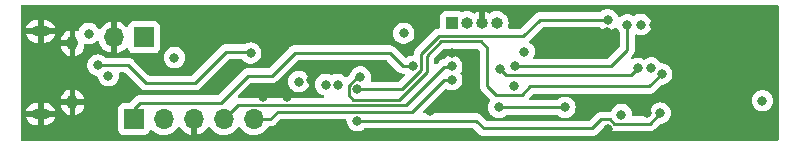
<source format=gbr>
%TF.GenerationSoftware,KiCad,Pcbnew,7.0.9*%
%TF.CreationDate,2023-12-22T19:30:16+01:00*%
%TF.ProjectId,Prj_4_Feranec_Controller,50726a5f-345f-4466-9572-616e65635f43,rev?*%
%TF.SameCoordinates,Original*%
%TF.FileFunction,Copper,L4,Bot*%
%TF.FilePolarity,Positive*%
%FSLAX46Y46*%
G04 Gerber Fmt 4.6, Leading zero omitted, Abs format (unit mm)*
G04 Created by KiCad (PCBNEW 7.0.9) date 2023-12-22 19:30:16*
%MOMM*%
%LPD*%
G01*
G04 APERTURE LIST*
%TA.AperFunction,ComponentPad*%
%ADD10O,1.550000X0.890000*%
%TD*%
%TA.AperFunction,ComponentPad*%
%ADD11O,0.950000X1.250000*%
%TD*%
%TA.AperFunction,ComponentPad*%
%ADD12R,1.000000X1.000000*%
%TD*%
%TA.AperFunction,ComponentPad*%
%ADD13O,1.000000X1.000000*%
%TD*%
%TA.AperFunction,ComponentPad*%
%ADD14R,1.700000X1.700000*%
%TD*%
%TA.AperFunction,ComponentPad*%
%ADD15O,1.700000X1.700000*%
%TD*%
%TA.AperFunction,ViaPad*%
%ADD16C,0.800000*%
%TD*%
%TA.AperFunction,Conductor*%
%ADD17C,0.250000*%
%TD*%
G04 APERTURE END LIST*
D10*
%TO.P,USB1,6,GND*%
%TO.N,GND*%
X136000000Y-59000000D03*
D11*
X138700000Y-60000000D03*
X138700000Y-65000000D03*
D10*
X136000000Y-66000000D03*
%TD*%
D12*
%TO.P,H3,1,Pin_1*%
%TO.N,/I2C1_SDA*%
X170817000Y-58293000D03*
D13*
%TO.P,H3,2,Pin_2*%
%TO.N,/I2C1_SCL*%
X172087000Y-58293000D03*
%TO.P,H3,3,Pin_2*%
%TO.N,GND*%
X173357000Y-58293000D03*
%TO.P,H3,4,Pin_2*%
%TO.N,/BUTTON*%
X174627000Y-58293000D03*
%TD*%
D14*
%TO.P,H2,1,Pin_1*%
%TO.N,Net-(H2-Pin_1)*%
X143891000Y-66421000D03*
D15*
%TO.P,H2,2,Pin_2*%
%TO.N,+3.3V*%
X146431000Y-66421000D03*
%TO.P,H2,3,Pin_2*%
%TO.N,GND*%
X148971000Y-66421000D03*
%TO.P,H2,4,Pin_2*%
%TO.N,/ICSPDAT*%
X151511000Y-66421000D03*
%TO.P,H2,5,Pin_2*%
%TO.N,/ICSPCLK*%
X154051000Y-66421000D03*
%TD*%
D14*
%TO.P,H1,1,Pin_1*%
%TO.N,/+VBAT*%
X144770000Y-59500000D03*
D15*
%TO.P,H1,2,Pin_2*%
%TO.N,GND*%
X142230000Y-59500000D03*
%TD*%
D16*
%TO.N,GND*%
X168986200Y-65735200D03*
%TO.N,/I2C1_SCL*%
X176174400Y-61925200D03*
%TO.N,/I2C1_SDA*%
X174802800Y-65428000D03*
%TO.N,/+VIN*%
X197104000Y-64867000D03*
X157863731Y-63242840D03*
%TO.N,/I2C1_SDA*%
X180390800Y-65430400D03*
%TO.N,+3.3V*%
X187701785Y-62084501D03*
%TO.N,/LED_G*%
X188468000Y-65913000D03*
%TO.N,/LED_R*%
X184024423Y-58009671D03*
%TO.N,+3.3V*%
X185166000Y-66040000D03*
%TO.N,GND*%
X148209000Y-62230000D03*
%TO.N,/+5V_USB*%
X141732000Y-62738000D03*
%TO.N,Net-(USB1-D-)*%
X140843000Y-61849000D03*
X153797000Y-60833000D03*
%TO.N,/+5V_USB*%
X140081000Y-59182000D03*
%TO.N,/LED_R*%
X162814000Y-63881000D03*
%TO.N,/LED_G*%
X162814000Y-66548000D03*
%TO.N,/LED_B*%
X163068684Y-62859687D03*
X188595000Y-62611000D03*
%TO.N,GND*%
X187960000Y-58450000D03*
X187325000Y-65913000D03*
%TO.N,/INT*%
X186563000Y-62133000D03*
%TO.N,+3.3V*%
X186817000Y-58420000D03*
%TO.N,/I2C1_SCL*%
X185674000Y-58450000D03*
%TO.N,GND*%
X183976000Y-59008000D03*
%TO.N,+3.3V*%
X176123600Y-63614900D03*
X176936400Y-60706000D03*
%TO.N,GND*%
X184023000Y-67300500D03*
%TO.N,+3.3V*%
X166751000Y-59152000D03*
%TO.N,/INT*%
X174879000Y-62200000D03*
%TO.N,/ICSPCLK*%
X170815000Y-63089000D03*
%TO.N,/ICSPDAT*%
X170815000Y-61946000D03*
%TO.N,GND*%
X170815000Y-60803000D03*
%TO.N,Net-(H2-Pin_1)*%
X167513000Y-61946000D03*
%TO.N,GND*%
X163322000Y-58293000D03*
%TO.N,+3.3V*%
X161163000Y-63500000D03*
X160147000Y-63500000D03*
%TO.N,/+5V_USB*%
X147320000Y-61214000D03*
%TO.N,GND*%
X156845000Y-67183000D03*
X156845000Y-64516000D03*
X158877000Y-63119000D03*
X154813000Y-64516000D03*
X155194000Y-60833000D03*
%TD*%
D17*
%TO.N,/LED_B*%
X187553600Y-63652400D02*
X188595000Y-62611000D01*
X177471500Y-63652400D02*
X187553600Y-63652400D01*
X176784000Y-64339900D02*
X177471500Y-63652400D01*
X174544900Y-64339900D02*
X176784000Y-64339900D01*
X173812200Y-60375800D02*
X173812200Y-63607200D01*
X173271600Y-59835200D02*
X173812200Y-60375800D01*
X169914400Y-59835200D02*
X173271600Y-59835200D01*
X173812200Y-63607200D02*
X174544900Y-64339900D01*
X168688000Y-61061600D02*
X169914400Y-59835200D01*
X168688000Y-62432701D02*
X168688000Y-61061600D01*
X162458400Y-64770000D02*
X166350701Y-64770000D01*
X162089000Y-64400600D02*
X162458400Y-64770000D01*
X162810008Y-62859687D02*
X162089000Y-63580695D01*
X166350701Y-64770000D02*
X168688000Y-62432701D01*
X163068684Y-62859687D02*
X162810008Y-62859687D01*
X162089000Y-63580695D02*
X162089000Y-64400600D01*
%TO.N,/LED_G*%
X182727600Y-67208400D02*
X173507400Y-67208400D01*
X183489600Y-66446400D02*
X182727600Y-67208400D01*
X184194205Y-66446400D02*
X183489600Y-66446400D01*
X184549805Y-66802000D02*
X184194205Y-66446400D01*
X187579000Y-66802000D02*
X184549805Y-66802000D01*
X172847000Y-66548000D02*
X162814000Y-66548000D01*
X188468000Y-65913000D02*
X187579000Y-66802000D01*
X173507400Y-67208400D02*
X172847000Y-66548000D01*
%TO.N,/I2C1_SDA*%
X180388400Y-65428000D02*
X174802800Y-65428000D01*
X180390800Y-65430400D02*
X180388400Y-65428000D01*
%TO.N,Net-(H2-Pin_1)*%
X166695600Y-61946000D02*
X167513000Y-61946000D01*
X165557200Y-60807600D02*
X166695600Y-61946000D01*
X155575000Y-62738000D02*
X157505400Y-60807600D01*
X153543000Y-62738000D02*
X155575000Y-62738000D01*
X151257000Y-65024000D02*
X153543000Y-62738000D01*
X157505400Y-60807600D02*
X165557200Y-60807600D01*
X144399000Y-65024000D02*
X151257000Y-65024000D01*
X143891000Y-65532000D02*
X144399000Y-65024000D01*
X143891000Y-66421000D02*
X143891000Y-65532000D01*
%TO.N,/LED_R*%
X178261129Y-58009671D02*
X184024423Y-58009671D01*
X169722800Y-59385200D02*
X176885600Y-59385200D01*
X168238000Y-62246305D02*
X168238000Y-60870000D01*
X176885600Y-59385200D02*
X178261129Y-58009671D01*
X166603305Y-63881000D02*
X168238000Y-62246305D01*
X168238000Y-60870000D02*
X169722800Y-59385200D01*
X162814000Y-63881000D02*
X166603305Y-63881000D01*
%TO.N,/I2C1_SCL*%
X176211900Y-61962700D02*
X184290300Y-61962700D01*
X176174400Y-61925200D02*
X176211900Y-61962700D01*
X176136900Y-61962700D02*
X176174400Y-61925200D01*
%TO.N,/LED_B*%
X163068684Y-62859687D02*
X163073997Y-62865000D01*
%TO.N,/I2C1_SCL*%
X185674000Y-60579000D02*
X185674000Y-58450000D01*
X184290300Y-61962700D02*
X185674000Y-60579000D01*
X176123600Y-61962700D02*
X176136900Y-61962700D01*
X176123600Y-61962700D02*
X176110300Y-61962700D01*
%TO.N,/INT*%
X186008800Y-62687200D02*
X186563000Y-62133000D01*
X175366200Y-62687200D02*
X186008800Y-62687200D01*
X174879000Y-62200000D02*
X175366200Y-62687200D01*
%TO.N,/ICSPCLK*%
X170146500Y-63089000D02*
X170815000Y-63089000D01*
X167449500Y-65786000D02*
X170146500Y-63089000D01*
X156083000Y-65786000D02*
X167449500Y-65786000D01*
X155448000Y-66421000D02*
X156083000Y-65786000D01*
X154051000Y-66421000D02*
X155448000Y-66421000D01*
%TO.N,/ICSPDAT*%
X152686000Y-65246000D02*
X151511000Y-66421000D01*
X170180000Y-61976000D02*
X166910000Y-65246000D01*
X166910000Y-65246000D02*
X152686000Y-65246000D01*
X170785000Y-61976000D02*
X170180000Y-61976000D01*
X170815000Y-61946000D02*
X170785000Y-61976000D01*
%TO.N,Net-(USB1-D-)*%
X153670000Y-60706000D02*
X153797000Y-60833000D01*
X143383000Y-61849000D02*
X144907000Y-63373000D01*
X144907000Y-63373000D02*
X149034500Y-63373000D01*
X149034500Y-63373000D02*
X151701500Y-60706000D01*
X151701500Y-60706000D02*
X153670000Y-60706000D01*
X140843000Y-61849000D02*
X143383000Y-61849000D01*
%TO.N,/I2C1_SCL*%
X172087000Y-58597000D02*
X172087000Y-58217000D01*
%TD*%
%TA.AperFunction,Conductor*%
%TO.N,GND*%
G36*
X165313787Y-61452785D02*
G01*
X165334429Y-61469419D01*
X166194794Y-62329784D01*
X166204619Y-62342048D01*
X166204840Y-62341866D01*
X166209810Y-62347873D01*
X166209813Y-62347876D01*
X166209814Y-62347877D01*
X166260251Y-62395241D01*
X166281130Y-62416120D01*
X166286604Y-62420366D01*
X166291042Y-62424156D01*
X166325018Y-62456062D01*
X166329800Y-62458691D01*
X166342573Y-62465713D01*
X166358831Y-62476392D01*
X166374664Y-62488674D01*
X166381676Y-62491708D01*
X166417437Y-62507183D01*
X166422681Y-62509752D01*
X166463508Y-62532197D01*
X166482912Y-62537179D01*
X166501310Y-62543478D01*
X166519705Y-62551438D01*
X166565729Y-62558726D01*
X166571432Y-62559907D01*
X166616581Y-62571500D01*
X166636616Y-62571500D01*
X166656013Y-62573026D01*
X166675796Y-62576160D01*
X166716964Y-62572268D01*
X166785557Y-62585556D01*
X166836079Y-62633819D01*
X166852487Y-62701735D01*
X166829572Y-62767740D01*
X166816314Y-62783399D01*
X166380533Y-63219181D01*
X166319210Y-63252666D01*
X166292852Y-63255500D01*
X164057590Y-63255500D01*
X163990551Y-63235815D01*
X163944796Y-63183011D01*
X163934852Y-63113853D01*
X163939659Y-63093182D01*
X163948313Y-63066547D01*
X163954358Y-63047943D01*
X163974144Y-62859687D01*
X163954358Y-62671431D01*
X163895863Y-62491403D01*
X163801217Y-62327471D01*
X163674555Y-62186799D01*
X163674554Y-62186798D01*
X163521418Y-62075538D01*
X163521413Y-62075535D01*
X163348491Y-61998544D01*
X163348486Y-61998542D01*
X163202685Y-61967552D01*
X163163330Y-61959187D01*
X162974038Y-61959187D01*
X162941581Y-61966085D01*
X162788881Y-61998542D01*
X162788876Y-61998544D01*
X162615954Y-62075535D01*
X162615949Y-62075538D01*
X162462813Y-62186798D01*
X162336150Y-62327472D01*
X162241506Y-62491401D01*
X162225580Y-62540412D01*
X162195331Y-62589771D01*
X161950871Y-62834231D01*
X161889548Y-62867716D01*
X161819856Y-62862732D01*
X161773774Y-62831379D01*
X161773701Y-62831461D01*
X161773103Y-62830923D01*
X161771035Y-62829516D01*
X161768871Y-62827112D01*
X161768870Y-62827111D01*
X161768869Y-62827110D01*
X161615734Y-62715851D01*
X161615729Y-62715848D01*
X161442807Y-62638857D01*
X161442802Y-62638855D01*
X161297001Y-62607865D01*
X161257646Y-62599500D01*
X161068354Y-62599500D01*
X161035897Y-62606398D01*
X160883197Y-62638855D01*
X160883192Y-62638857D01*
X160705436Y-62718001D01*
X160636186Y-62727286D01*
X160604564Y-62718001D01*
X160426807Y-62638857D01*
X160426802Y-62638855D01*
X160281001Y-62607865D01*
X160241646Y-62599500D01*
X160052354Y-62599500D01*
X160019897Y-62606398D01*
X159867197Y-62638855D01*
X159867192Y-62638857D01*
X159694270Y-62715848D01*
X159694265Y-62715851D01*
X159541129Y-62827111D01*
X159414466Y-62967785D01*
X159319821Y-63131715D01*
X159319818Y-63131722D01*
X159263054Y-63306426D01*
X159261326Y-63311744D01*
X159241540Y-63500000D01*
X159261326Y-63688256D01*
X159261327Y-63688259D01*
X159319818Y-63868277D01*
X159319821Y-63868284D01*
X159414467Y-64032216D01*
X159502067Y-64129505D01*
X159541129Y-64172888D01*
X159694265Y-64284148D01*
X159694270Y-64284151D01*
X159867192Y-64361142D01*
X159867193Y-64361142D01*
X159867197Y-64361144D01*
X159912979Y-64370875D01*
X159933372Y-64375210D01*
X159994854Y-64408402D01*
X160028631Y-64469565D01*
X160023979Y-64539279D01*
X159982375Y-64595412D01*
X159917027Y-64620141D01*
X159907592Y-64620500D01*
X152844451Y-64620500D01*
X152777412Y-64600815D01*
X152731657Y-64548011D01*
X152721713Y-64478853D01*
X152750738Y-64415297D01*
X152756770Y-64408819D01*
X152851371Y-64314219D01*
X153765772Y-63399819D01*
X153827095Y-63366334D01*
X153853453Y-63363500D01*
X155492257Y-63363500D01*
X155507877Y-63365224D01*
X155507904Y-63364939D01*
X155515660Y-63365671D01*
X155515667Y-63365673D01*
X155584814Y-63363500D01*
X155614350Y-63363500D01*
X155621228Y-63362630D01*
X155627041Y-63362172D01*
X155673627Y-63360709D01*
X155692869Y-63355117D01*
X155711912Y-63351174D01*
X155731792Y-63348664D01*
X155775122Y-63331507D01*
X155780646Y-63329617D01*
X155784396Y-63328527D01*
X155825390Y-63316618D01*
X155842629Y-63306422D01*
X155860103Y-63297862D01*
X155878727Y-63290488D01*
X155878727Y-63290487D01*
X155878732Y-63290486D01*
X155916449Y-63263082D01*
X155921305Y-63259892D01*
X155950141Y-63242840D01*
X156958271Y-63242840D01*
X156978057Y-63431096D01*
X156978058Y-63431099D01*
X157036549Y-63611117D01*
X157036552Y-63611124D01*
X157131198Y-63775056D01*
X157236768Y-63892303D01*
X157257860Y-63915728D01*
X157410996Y-64026988D01*
X157411001Y-64026991D01*
X157583923Y-64103982D01*
X157583928Y-64103984D01*
X157769085Y-64143340D01*
X157769086Y-64143340D01*
X157958375Y-64143340D01*
X157958377Y-64143340D01*
X158143534Y-64103984D01*
X158316461Y-64026991D01*
X158469602Y-63915728D01*
X158596264Y-63775056D01*
X158690910Y-63611124D01*
X158749405Y-63431096D01*
X158769191Y-63242840D01*
X158749405Y-63054584D01*
X158690910Y-62874556D01*
X158596264Y-62710624D01*
X158469602Y-62569952D01*
X158455782Y-62559911D01*
X158316465Y-62458691D01*
X158316460Y-62458688D01*
X158143538Y-62381697D01*
X158143533Y-62381695D01*
X157997732Y-62350705D01*
X157958377Y-62342340D01*
X157769085Y-62342340D01*
X157743054Y-62347873D01*
X157583928Y-62381695D01*
X157583923Y-62381697D01*
X157411001Y-62458688D01*
X157410996Y-62458691D01*
X157257860Y-62569951D01*
X157131197Y-62710625D01*
X157036552Y-62874555D01*
X157036549Y-62874562D01*
X156980214Y-63047946D01*
X156978057Y-63054584D01*
X156958271Y-63242840D01*
X155950141Y-63242840D01*
X155961420Y-63236170D01*
X155975589Y-63221999D01*
X155990379Y-63209368D01*
X156006587Y-63197594D01*
X156036299Y-63161676D01*
X156040212Y-63157376D01*
X157728172Y-61469419D01*
X157789495Y-61435934D01*
X157815853Y-61433100D01*
X165246748Y-61433100D01*
X165313787Y-61452785D01*
G37*
%TD.AperFunction*%
%TA.AperFunction,Conductor*%
G36*
X183387714Y-58654856D02*
G01*
X183412823Y-58676197D01*
X183418549Y-58682556D01*
X183418553Y-58682560D01*
X183571688Y-58793819D01*
X183571693Y-58793822D01*
X183744615Y-58870813D01*
X183744620Y-58870815D01*
X183929777Y-58910171D01*
X183929778Y-58910171D01*
X184119067Y-58910171D01*
X184119069Y-58910171D01*
X184304226Y-58870815D01*
X184477153Y-58793822D01*
X184630294Y-58682559D01*
X184630296Y-58682556D01*
X184631713Y-58681527D01*
X184697520Y-58658047D01*
X184765574Y-58673872D01*
X184814269Y-58723978D01*
X184822530Y-58743526D01*
X184846819Y-58818280D01*
X184846821Y-58818284D01*
X184941467Y-58982216D01*
X184984772Y-59030310D01*
X185016650Y-59065715D01*
X185046880Y-59128706D01*
X185048500Y-59148687D01*
X185048500Y-60268547D01*
X185028815Y-60335586D01*
X185012181Y-60356228D01*
X184067528Y-61300881D01*
X184006205Y-61334366D01*
X183979847Y-61337200D01*
X177826559Y-61337200D01*
X177759520Y-61317515D01*
X177713765Y-61264711D01*
X177703821Y-61195553D01*
X177719171Y-61151201D01*
X177725033Y-61141048D01*
X177763579Y-61074284D01*
X177822074Y-60894256D01*
X177841860Y-60706000D01*
X177822074Y-60517744D01*
X177763579Y-60337716D01*
X177668933Y-60173784D01*
X177542271Y-60033112D01*
X177475610Y-59984680D01*
X177416470Y-59941712D01*
X177373805Y-59886382D01*
X177367826Y-59816768D01*
X177400432Y-59754973D01*
X177401598Y-59753790D01*
X178483900Y-58671490D01*
X178545223Y-58638005D01*
X178571581Y-58635171D01*
X183320675Y-58635171D01*
X183387714Y-58654856D01*
G37*
%TD.AperFunction*%
%TA.AperFunction,Conductor*%
G36*
X198436539Y-56757185D02*
G01*
X198482294Y-56809989D01*
X198493500Y-56861500D01*
X198493500Y-68155500D01*
X198473815Y-68222539D01*
X198421011Y-68268294D01*
X198369500Y-68279500D01*
X134424500Y-68279500D01*
X134357461Y-68259815D01*
X134311706Y-68207011D01*
X134300500Y-68155500D01*
X134300500Y-67318870D01*
X142540500Y-67318870D01*
X142540501Y-67318876D01*
X142546908Y-67378483D01*
X142597202Y-67513328D01*
X142597206Y-67513335D01*
X142683452Y-67628544D01*
X142683455Y-67628547D01*
X142798664Y-67714793D01*
X142798671Y-67714797D01*
X142933517Y-67765091D01*
X142933516Y-67765091D01*
X142940444Y-67765835D01*
X142993127Y-67771500D01*
X144788872Y-67771499D01*
X144848483Y-67765091D01*
X144983331Y-67714796D01*
X145098546Y-67628546D01*
X145184796Y-67513331D01*
X145233810Y-67381916D01*
X145275681Y-67325984D01*
X145341145Y-67301566D01*
X145409418Y-67316417D01*
X145437673Y-67337569D01*
X145559599Y-67459495D01*
X145656384Y-67527265D01*
X145753165Y-67595032D01*
X145753167Y-67595033D01*
X145753170Y-67595035D01*
X145967337Y-67694903D01*
X146195592Y-67756063D01*
X146379520Y-67772155D01*
X146430999Y-67776659D01*
X146431000Y-67776659D01*
X146431001Y-67776659D01*
X146470234Y-67773226D01*
X146666408Y-67756063D01*
X146894663Y-67694903D01*
X147108830Y-67595035D01*
X147302401Y-67459495D01*
X147469495Y-67292401D01*
X147599730Y-67106405D01*
X147654307Y-67062781D01*
X147723805Y-67055587D01*
X147786160Y-67087110D01*
X147802879Y-67106405D01*
X147932890Y-67292078D01*
X148099917Y-67459105D01*
X148293421Y-67594600D01*
X148507507Y-67694429D01*
X148507516Y-67694433D01*
X148721000Y-67751634D01*
X148721000Y-66856501D01*
X148828685Y-66905680D01*
X148935237Y-66921000D01*
X149006763Y-66921000D01*
X149113315Y-66905680D01*
X149221000Y-66856501D01*
X149221000Y-67751633D01*
X149434483Y-67694433D01*
X149434492Y-67694429D01*
X149648578Y-67594600D01*
X149842082Y-67459105D01*
X150009105Y-67292082D01*
X150139119Y-67106405D01*
X150193696Y-67062781D01*
X150263195Y-67055588D01*
X150325549Y-67087110D01*
X150342269Y-67106405D01*
X150343539Y-67108219D01*
X150472505Y-67292401D01*
X150639599Y-67459495D01*
X150736384Y-67527265D01*
X150833165Y-67595032D01*
X150833167Y-67595033D01*
X150833170Y-67595035D01*
X151047337Y-67694903D01*
X151275592Y-67756063D01*
X151459520Y-67772155D01*
X151510999Y-67776659D01*
X151511000Y-67776659D01*
X151511001Y-67776659D01*
X151550234Y-67773226D01*
X151746408Y-67756063D01*
X151974663Y-67694903D01*
X152188830Y-67595035D01*
X152382401Y-67459495D01*
X152549495Y-67292401D01*
X152678461Y-67108219D01*
X152679425Y-67106842D01*
X152734002Y-67063217D01*
X152803500Y-67056023D01*
X152865855Y-67087546D01*
X152882575Y-67106842D01*
X153012281Y-67292082D01*
X153012505Y-67292401D01*
X153179599Y-67459495D01*
X153276384Y-67527265D01*
X153373165Y-67595032D01*
X153373167Y-67595033D01*
X153373170Y-67595035D01*
X153587337Y-67694903D01*
X153815592Y-67756063D01*
X153999520Y-67772155D01*
X154050999Y-67776659D01*
X154051000Y-67776659D01*
X154051001Y-67776659D01*
X154090234Y-67773226D01*
X154286408Y-67756063D01*
X154514663Y-67694903D01*
X154728830Y-67595035D01*
X154922401Y-67459495D01*
X155089495Y-67292401D01*
X155224652Y-67099377D01*
X155279229Y-67055752D01*
X155326227Y-67046500D01*
X155365257Y-67046500D01*
X155380877Y-67048224D01*
X155380904Y-67047939D01*
X155388660Y-67048671D01*
X155388667Y-67048673D01*
X155457814Y-67046500D01*
X155487350Y-67046500D01*
X155494228Y-67045630D01*
X155500041Y-67045172D01*
X155546627Y-67043709D01*
X155565869Y-67038117D01*
X155584912Y-67034174D01*
X155604792Y-67031664D01*
X155648122Y-67014507D01*
X155653646Y-67012617D01*
X155657396Y-67011527D01*
X155698390Y-66999618D01*
X155715629Y-66989422D01*
X155733103Y-66980862D01*
X155751727Y-66973488D01*
X155751727Y-66973487D01*
X155751732Y-66973486D01*
X155789449Y-66946082D01*
X155794305Y-66942892D01*
X155834420Y-66919170D01*
X155848589Y-66904999D01*
X155863379Y-66892368D01*
X155879587Y-66880594D01*
X155909299Y-66844676D01*
X155913212Y-66840376D01*
X156305771Y-66447819D01*
X156367094Y-66414334D01*
X156393452Y-66411500D01*
X161785171Y-66411500D01*
X161852210Y-66431185D01*
X161897965Y-66483989D01*
X161907354Y-66541502D01*
X161908540Y-66541502D01*
X161908540Y-66547997D01*
X161908540Y-66548000D01*
X161928326Y-66736256D01*
X161928327Y-66736259D01*
X161986818Y-66916277D01*
X161986821Y-66916284D01*
X162081467Y-67080216D01*
X162176523Y-67185786D01*
X162208129Y-67220888D01*
X162361265Y-67332148D01*
X162361270Y-67332151D01*
X162534192Y-67409142D01*
X162534197Y-67409144D01*
X162719354Y-67448500D01*
X162719355Y-67448500D01*
X162908644Y-67448500D01*
X162908646Y-67448500D01*
X163093803Y-67409144D01*
X163266730Y-67332151D01*
X163419871Y-67220888D01*
X163422788Y-67217647D01*
X163425600Y-67214526D01*
X163485087Y-67177879D01*
X163517748Y-67173500D01*
X172536548Y-67173500D01*
X172603587Y-67193185D01*
X172624229Y-67209819D01*
X173006594Y-67592184D01*
X173016419Y-67604448D01*
X173016640Y-67604266D01*
X173021610Y-67610273D01*
X173021613Y-67610276D01*
X173021614Y-67610277D01*
X173072051Y-67657641D01*
X173092930Y-67678520D01*
X173098404Y-67682766D01*
X173102842Y-67686556D01*
X173136818Y-67718462D01*
X173136822Y-67718464D01*
X173154373Y-67728113D01*
X173170631Y-67738792D01*
X173186464Y-67751074D01*
X173197994Y-67756063D01*
X173229237Y-67769583D01*
X173234481Y-67772152D01*
X173275308Y-67794597D01*
X173294712Y-67799579D01*
X173313110Y-67805878D01*
X173331505Y-67813838D01*
X173377529Y-67821126D01*
X173383232Y-67822307D01*
X173428381Y-67833900D01*
X173448416Y-67833900D01*
X173467813Y-67835426D01*
X173487596Y-67838560D01*
X173533984Y-67834175D01*
X173539822Y-67833900D01*
X182644857Y-67833900D01*
X182660477Y-67835624D01*
X182660504Y-67835339D01*
X182668260Y-67836071D01*
X182668267Y-67836073D01*
X182737414Y-67833900D01*
X182766950Y-67833900D01*
X182773828Y-67833030D01*
X182779641Y-67832572D01*
X182826227Y-67831109D01*
X182845469Y-67825517D01*
X182864512Y-67821574D01*
X182884392Y-67819064D01*
X182927722Y-67801907D01*
X182933246Y-67800017D01*
X182936996Y-67798927D01*
X182977990Y-67787018D01*
X182995229Y-67776822D01*
X183012703Y-67768262D01*
X183031327Y-67760888D01*
X183031327Y-67760887D01*
X183031332Y-67760886D01*
X183069049Y-67733482D01*
X183073905Y-67730292D01*
X183114020Y-67706570D01*
X183128189Y-67692399D01*
X183142979Y-67679768D01*
X183159187Y-67667994D01*
X183188899Y-67632076D01*
X183192812Y-67627776D01*
X183712371Y-67108219D01*
X183773694Y-67074734D01*
X183800052Y-67071900D01*
X183883751Y-67071900D01*
X183950790Y-67091585D01*
X183971432Y-67108218D01*
X184049001Y-67185786D01*
X184058826Y-67198049D01*
X184059047Y-67197867D01*
X184064020Y-67203879D01*
X184114440Y-67251225D01*
X184135335Y-67272121D01*
X184140812Y-67276370D01*
X184145253Y-67280163D01*
X184179216Y-67312056D01*
X184179218Y-67312057D01*
X184179223Y-67312062D01*
X184196781Y-67321714D01*
X184213040Y-67332395D01*
X184228869Y-67344673D01*
X184271643Y-67363182D01*
X184276861Y-67365738D01*
X184317713Y-67388197D01*
X184337121Y-67393180D01*
X184355522Y-67399480D01*
X184373909Y-67407437D01*
X184417293Y-67414308D01*
X184419924Y-67414725D01*
X184425644Y-67415909D01*
X184470786Y-67427500D01*
X184490821Y-67427500D01*
X184510219Y-67429026D01*
X184529999Y-67432159D01*
X184530000Y-67432160D01*
X184530000Y-67432159D01*
X184530001Y-67432160D01*
X184576389Y-67427775D01*
X184582227Y-67427500D01*
X187496257Y-67427500D01*
X187511877Y-67429224D01*
X187511904Y-67428939D01*
X187519660Y-67429671D01*
X187519667Y-67429673D01*
X187588814Y-67427500D01*
X187618350Y-67427500D01*
X187625228Y-67426630D01*
X187631041Y-67426172D01*
X187677627Y-67424709D01*
X187696869Y-67419117D01*
X187715912Y-67415174D01*
X187735792Y-67412664D01*
X187779122Y-67395507D01*
X187784646Y-67393617D01*
X187788396Y-67392527D01*
X187829390Y-67380618D01*
X187846629Y-67370422D01*
X187864103Y-67361862D01*
X187882727Y-67354488D01*
X187882727Y-67354487D01*
X187882732Y-67354486D01*
X187920449Y-67327082D01*
X187925305Y-67323892D01*
X187965420Y-67300170D01*
X187979589Y-67285999D01*
X187994379Y-67273368D01*
X188010587Y-67261594D01*
X188040299Y-67225676D01*
X188044212Y-67221376D01*
X188415773Y-66849817D01*
X188477095Y-66816334D01*
X188503453Y-66813500D01*
X188562644Y-66813500D01*
X188562646Y-66813500D01*
X188747803Y-66774144D01*
X188920730Y-66697151D01*
X189073871Y-66585888D01*
X189200533Y-66445216D01*
X189295179Y-66281284D01*
X189353674Y-66101256D01*
X189373460Y-65913000D01*
X189353674Y-65724744D01*
X189295179Y-65544716D01*
X189200533Y-65380784D01*
X189073871Y-65240112D01*
X189073870Y-65240111D01*
X188920734Y-65128851D01*
X188920729Y-65128848D01*
X188747807Y-65051857D01*
X188747802Y-65051855D01*
X188602001Y-65020865D01*
X188562646Y-65012500D01*
X188373354Y-65012500D01*
X188340897Y-65019398D01*
X188188197Y-65051855D01*
X188188192Y-65051857D01*
X188015270Y-65128848D01*
X188015265Y-65128851D01*
X187862129Y-65240111D01*
X187735466Y-65380785D01*
X187640821Y-65544715D01*
X187640818Y-65544722D01*
X187582327Y-65724740D01*
X187582326Y-65724744D01*
X187566221Y-65877979D01*
X187564679Y-65892650D01*
X187538094Y-65957264D01*
X187529039Y-65967369D01*
X187356228Y-66140181D01*
X187294905Y-66173666D01*
X187268547Y-66176500D01*
X186194829Y-66176500D01*
X186127790Y-66156815D01*
X186082035Y-66104011D01*
X186072646Y-66046498D01*
X186071460Y-66046498D01*
X186071460Y-66040002D01*
X186070396Y-66029877D01*
X186051674Y-65851744D01*
X185993179Y-65671716D01*
X185898533Y-65507784D01*
X185771871Y-65367112D01*
X185745929Y-65348264D01*
X185618734Y-65255851D01*
X185618729Y-65255848D01*
X185445807Y-65178857D01*
X185445802Y-65178855D01*
X185300001Y-65147865D01*
X185260646Y-65139500D01*
X185071354Y-65139500D01*
X185038897Y-65146398D01*
X184886197Y-65178855D01*
X184886192Y-65178857D01*
X184713270Y-65255848D01*
X184713265Y-65255851D01*
X184560129Y-65367111D01*
X184433466Y-65507785D01*
X184338821Y-65671715D01*
X184338819Y-65671719D01*
X184319499Y-65731182D01*
X184280061Y-65788857D01*
X184215702Y-65816055D01*
X184213237Y-65816313D01*
X184167621Y-65820625D01*
X184161783Y-65820900D01*
X183572343Y-65820900D01*
X183556722Y-65819175D01*
X183556695Y-65819461D01*
X183548933Y-65818726D01*
X183479772Y-65820900D01*
X183450249Y-65820900D01*
X183443378Y-65821767D01*
X183437559Y-65822225D01*
X183390974Y-65823689D01*
X183390968Y-65823690D01*
X183371726Y-65829280D01*
X183352687Y-65833223D01*
X183332817Y-65835734D01*
X183332803Y-65835737D01*
X183289483Y-65852888D01*
X183283958Y-65854780D01*
X183239213Y-65867780D01*
X183239210Y-65867781D01*
X183221966Y-65877979D01*
X183204505Y-65886533D01*
X183185874Y-65893910D01*
X183185862Y-65893917D01*
X183148170Y-65921302D01*
X183143287Y-65924509D01*
X183103180Y-65948229D01*
X183089014Y-65962395D01*
X183074224Y-65975027D01*
X183058014Y-65986804D01*
X183058011Y-65986807D01*
X183028310Y-66022709D01*
X183024377Y-66027031D01*
X182504828Y-66546581D01*
X182443505Y-66580066D01*
X182417147Y-66582900D01*
X173817852Y-66582900D01*
X173750813Y-66563215D01*
X173730171Y-66546581D01*
X173347803Y-66164212D01*
X173337980Y-66151950D01*
X173337759Y-66152134D01*
X173332786Y-66146123D01*
X173326458Y-66140181D01*
X173282364Y-66098773D01*
X173271919Y-66088328D01*
X173261475Y-66077883D01*
X173255986Y-66073625D01*
X173251561Y-66069847D01*
X173217582Y-66037938D01*
X173217580Y-66037936D01*
X173217577Y-66037935D01*
X173200029Y-66028288D01*
X173183763Y-66017604D01*
X173167933Y-66005325D01*
X173125168Y-65986818D01*
X173119922Y-65984248D01*
X173079093Y-65961803D01*
X173079092Y-65961802D01*
X173059693Y-65956822D01*
X173041281Y-65950518D01*
X173022898Y-65942562D01*
X173022892Y-65942560D01*
X172976874Y-65935272D01*
X172971152Y-65934087D01*
X172926021Y-65922500D01*
X172926019Y-65922500D01*
X172905984Y-65922500D01*
X172886586Y-65920973D01*
X172879162Y-65919797D01*
X172866805Y-65917840D01*
X172866804Y-65917840D01*
X172820416Y-65922225D01*
X172814578Y-65922500D01*
X168496952Y-65922500D01*
X168429913Y-65902815D01*
X168384158Y-65850011D01*
X168374214Y-65780853D01*
X168403239Y-65717297D01*
X168409271Y-65710819D01*
X169310070Y-64810020D01*
X170222209Y-63897880D01*
X170283530Y-63864397D01*
X170353222Y-63869381D01*
X170360324Y-63872284D01*
X170362267Y-63873149D01*
X170362270Y-63873151D01*
X170535197Y-63950144D01*
X170720354Y-63989500D01*
X170720355Y-63989500D01*
X170909644Y-63989500D01*
X170909646Y-63989500D01*
X171094803Y-63950144D01*
X171267730Y-63873151D01*
X171420871Y-63761888D01*
X171547533Y-63621216D01*
X171642179Y-63457284D01*
X171700674Y-63277256D01*
X171720460Y-63089000D01*
X171700674Y-62900744D01*
X171642179Y-62720716D01*
X171560647Y-62579499D01*
X171544175Y-62511600D01*
X171560648Y-62455500D01*
X171642179Y-62314284D01*
X171700674Y-62134256D01*
X171720460Y-61946000D01*
X171700674Y-61757744D01*
X171642179Y-61577716D01*
X171547533Y-61413784D01*
X171420871Y-61273112D01*
X171419144Y-61271857D01*
X171267734Y-61161851D01*
X171267729Y-61161848D01*
X171094807Y-61084857D01*
X171094802Y-61084855D01*
X170933997Y-61050676D01*
X170909646Y-61045500D01*
X170720354Y-61045500D01*
X170696003Y-61050676D01*
X170535197Y-61084855D01*
X170535192Y-61084857D01*
X170362270Y-61161848D01*
X170362265Y-61161851D01*
X170209135Y-61273106D01*
X170209127Y-61273113D01*
X170173941Y-61312190D01*
X170114454Y-61348837D01*
X170085691Y-61353155D01*
X170081372Y-61353290D01*
X170081369Y-61353291D01*
X170062126Y-61358881D01*
X170043083Y-61362825D01*
X170023204Y-61365336D01*
X170023203Y-61365337D01*
X169979878Y-61382490D01*
X169974352Y-61384382D01*
X169929608Y-61397383D01*
X169929604Y-61397385D01*
X169912365Y-61407580D01*
X169894898Y-61416137D01*
X169876269Y-61423512D01*
X169876267Y-61423513D01*
X169838564Y-61450906D01*
X169833682Y-61454112D01*
X169793580Y-61477828D01*
X169779408Y-61492000D01*
X169764623Y-61504628D01*
X169748412Y-61516407D01*
X169718709Y-61552310D01*
X169714777Y-61556631D01*
X169525181Y-61746227D01*
X169463858Y-61779712D01*
X169394167Y-61774728D01*
X169338233Y-61732857D01*
X169313816Y-61667392D01*
X169313500Y-61658546D01*
X169313500Y-61372052D01*
X169333185Y-61305013D01*
X169349819Y-61284371D01*
X170137171Y-60497019D01*
X170198494Y-60463534D01*
X170224852Y-60460700D01*
X172961148Y-60460700D01*
X173028187Y-60480385D01*
X173048829Y-60497019D01*
X173150381Y-60598571D01*
X173183866Y-60659894D01*
X173186700Y-60686252D01*
X173186700Y-63524455D01*
X173184975Y-63540072D01*
X173185261Y-63540099D01*
X173184526Y-63547865D01*
X173186700Y-63617014D01*
X173186700Y-63646543D01*
X173186701Y-63646560D01*
X173187568Y-63653431D01*
X173188026Y-63659250D01*
X173189490Y-63705824D01*
X173189491Y-63705827D01*
X173195080Y-63725067D01*
X173199024Y-63744111D01*
X173201536Y-63763992D01*
X173213590Y-63794437D01*
X173218690Y-63807319D01*
X173220582Y-63812847D01*
X173231133Y-63849163D01*
X173233582Y-63857590D01*
X173242784Y-63873151D01*
X173243780Y-63874834D01*
X173252336Y-63892300D01*
X173259714Y-63910932D01*
X173270289Y-63925488D01*
X173287098Y-63948623D01*
X173290306Y-63953507D01*
X173314027Y-63993616D01*
X173314033Y-63993624D01*
X173328190Y-64007780D01*
X173340828Y-64022576D01*
X173352605Y-64038786D01*
X173352606Y-64038787D01*
X173388509Y-64068488D01*
X173392820Y-64072410D01*
X173884815Y-64564406D01*
X174044097Y-64723688D01*
X174053919Y-64735948D01*
X174054141Y-64735765D01*
X174059111Y-64741773D01*
X174059114Y-64741777D01*
X174059117Y-64741779D01*
X174063314Y-64746853D01*
X174090880Y-64811055D01*
X174079360Y-64879969D01*
X174073324Y-64890045D01*
X174073516Y-64890156D01*
X173975621Y-65059715D01*
X173975618Y-65059722D01*
X173918577Y-65235277D01*
X173917126Y-65239744D01*
X173897340Y-65428000D01*
X173917126Y-65616256D01*
X173917127Y-65616259D01*
X173975618Y-65796277D01*
X173975621Y-65796284D01*
X174070267Y-65960216D01*
X174176215Y-66077883D01*
X174196929Y-66100888D01*
X174350065Y-66212148D01*
X174350070Y-66212151D01*
X174522992Y-66289142D01*
X174522997Y-66289144D01*
X174708154Y-66328500D01*
X174708155Y-66328500D01*
X174897444Y-66328500D01*
X174897446Y-66328500D01*
X175082603Y-66289144D01*
X175255530Y-66212151D01*
X175408671Y-66100888D01*
X175414396Y-66094530D01*
X175414400Y-66094526D01*
X175473887Y-66057879D01*
X175506548Y-66053500D01*
X179684892Y-66053500D01*
X179751931Y-66073185D01*
X179777041Y-66094527D01*
X179783102Y-66101259D01*
X179784930Y-66103289D01*
X179938065Y-66214548D01*
X179938070Y-66214551D01*
X180110992Y-66291542D01*
X180110997Y-66291544D01*
X180296154Y-66330900D01*
X180296155Y-66330900D01*
X180485444Y-66330900D01*
X180485446Y-66330900D01*
X180670603Y-66291544D01*
X180843530Y-66214551D01*
X180996671Y-66103288D01*
X181123333Y-65962616D01*
X181217979Y-65798684D01*
X181276474Y-65618656D01*
X181296260Y-65430400D01*
X181276474Y-65242144D01*
X181217979Y-65062116D01*
X181123333Y-64898184D01*
X181095255Y-64867000D01*
X196198540Y-64867000D01*
X196218326Y-65055256D01*
X196218327Y-65055259D01*
X196276818Y-65235277D01*
X196276821Y-65235284D01*
X196371467Y-65399216D01*
X196495052Y-65536471D01*
X196498129Y-65539888D01*
X196651265Y-65651148D01*
X196651270Y-65651151D01*
X196824192Y-65728142D01*
X196824197Y-65728144D01*
X197009354Y-65767500D01*
X197009355Y-65767500D01*
X197198644Y-65767500D01*
X197198646Y-65767500D01*
X197383803Y-65728144D01*
X197556730Y-65651151D01*
X197709871Y-65539888D01*
X197836533Y-65399216D01*
X197931179Y-65235284D01*
X197989674Y-65055256D01*
X198009460Y-64867000D01*
X197989674Y-64678744D01*
X197931179Y-64498716D01*
X197836533Y-64334784D01*
X197709871Y-64194112D01*
X197684635Y-64175777D01*
X197556734Y-64082851D01*
X197556729Y-64082848D01*
X197383807Y-64005857D01*
X197383802Y-64005855D01*
X197215705Y-63970126D01*
X197198646Y-63966500D01*
X197009354Y-63966500D01*
X196992295Y-63970126D01*
X196824197Y-64005855D01*
X196824192Y-64005857D01*
X196651270Y-64082848D01*
X196651265Y-64082851D01*
X196498129Y-64194111D01*
X196371466Y-64334785D01*
X196276821Y-64498715D01*
X196276818Y-64498722D01*
X196224139Y-64660853D01*
X196218326Y-64678744D01*
X196198540Y-64867000D01*
X181095255Y-64867000D01*
X180996671Y-64757512D01*
X180996670Y-64757511D01*
X180843534Y-64646251D01*
X180843529Y-64646248D01*
X180670607Y-64569257D01*
X180670602Y-64569255D01*
X180524801Y-64538265D01*
X180485446Y-64529900D01*
X180296154Y-64529900D01*
X180263697Y-64536798D01*
X180110997Y-64569255D01*
X180110992Y-64569257D01*
X179938070Y-64646248D01*
X179938065Y-64646251D01*
X179784930Y-64757510D01*
X179784926Y-64757514D01*
X179781361Y-64761474D01*
X179721874Y-64798121D01*
X179689213Y-64802500D01*
X177505352Y-64802500D01*
X177438313Y-64782815D01*
X177392558Y-64730011D01*
X177382614Y-64660853D01*
X177411639Y-64597297D01*
X177417671Y-64590819D01*
X177694272Y-64314219D01*
X177755595Y-64280734D01*
X177781953Y-64277900D01*
X187470857Y-64277900D01*
X187486477Y-64279624D01*
X187486504Y-64279339D01*
X187494260Y-64280071D01*
X187494267Y-64280073D01*
X187563414Y-64277900D01*
X187592950Y-64277900D01*
X187599828Y-64277030D01*
X187605641Y-64276572D01*
X187652227Y-64275109D01*
X187671469Y-64269517D01*
X187690512Y-64265574D01*
X187710392Y-64263064D01*
X187753722Y-64245907D01*
X187759246Y-64244017D01*
X187762996Y-64242927D01*
X187803990Y-64231018D01*
X187821229Y-64220822D01*
X187838703Y-64212262D01*
X187857327Y-64204888D01*
X187857327Y-64204887D01*
X187857332Y-64204886D01*
X187895049Y-64177482D01*
X187899905Y-64174292D01*
X187940020Y-64150570D01*
X187954189Y-64136399D01*
X187968979Y-64123768D01*
X187985187Y-64111994D01*
X188014899Y-64076076D01*
X188018812Y-64071776D01*
X188542772Y-63547819D01*
X188604095Y-63514334D01*
X188630453Y-63511500D01*
X188689644Y-63511500D01*
X188689646Y-63511500D01*
X188874803Y-63472144D01*
X189047730Y-63395151D01*
X189200871Y-63283888D01*
X189327533Y-63143216D01*
X189422179Y-62979284D01*
X189480674Y-62799256D01*
X189500460Y-62611000D01*
X189480674Y-62422744D01*
X189422179Y-62242716D01*
X189327533Y-62078784D01*
X189200871Y-61938112D01*
X189176015Y-61920053D01*
X189047734Y-61826851D01*
X189047729Y-61826848D01*
X188874807Y-61749857D01*
X188874802Y-61749855D01*
X188729001Y-61718865D01*
X188689646Y-61710500D01*
X188689645Y-61710500D01*
X188597255Y-61710500D01*
X188530216Y-61690815D01*
X188489868Y-61648500D01*
X188434319Y-61552286D01*
X188311470Y-61415849D01*
X188307656Y-61411613D01*
X188302105Y-61407580D01*
X188154519Y-61300352D01*
X188154514Y-61300349D01*
X187981592Y-61223358D01*
X187981587Y-61223356D01*
X187835786Y-61192366D01*
X187796431Y-61184001D01*
X187607139Y-61184001D01*
X187574682Y-61190899D01*
X187421982Y-61223356D01*
X187421977Y-61223358D01*
X187249055Y-61300349D01*
X187249051Y-61300352D01*
X187171899Y-61356405D01*
X187106092Y-61379884D01*
X187038039Y-61364058D01*
X187026132Y-61356406D01*
X187015731Y-61348850D01*
X187015729Y-61348848D01*
X186842807Y-61271857D01*
X186842802Y-61271855D01*
X186684538Y-61238216D01*
X186657646Y-61232500D01*
X186468354Y-61232500D01*
X186452763Y-61235814D01*
X186283197Y-61271855D01*
X186283192Y-61271857D01*
X186141901Y-61334765D01*
X186072651Y-61344050D01*
X186009374Y-61314422D01*
X185972161Y-61255287D01*
X185972826Y-61185421D01*
X186003782Y-61133807D01*
X186057788Y-61079801D01*
X186070042Y-61069986D01*
X186069859Y-61069764D01*
X186075866Y-61064792D01*
X186075877Y-61064786D01*
X186106775Y-61031882D01*
X186123227Y-61014364D01*
X186133671Y-61003918D01*
X186144120Y-60993471D01*
X186148379Y-60987978D01*
X186152152Y-60983561D01*
X186184062Y-60949582D01*
X186193713Y-60932024D01*
X186204396Y-60915761D01*
X186216673Y-60899936D01*
X186235185Y-60857153D01*
X186237738Y-60851941D01*
X186260197Y-60811092D01*
X186265180Y-60791680D01*
X186271481Y-60773280D01*
X186279437Y-60754896D01*
X186286729Y-60708852D01*
X186287906Y-60703171D01*
X186299500Y-60658019D01*
X186299500Y-60637983D01*
X186301027Y-60618582D01*
X186304160Y-60598804D01*
X186299775Y-60552415D01*
X186299500Y-60546577D01*
X186299500Y-59366257D01*
X186319185Y-59299218D01*
X186371989Y-59253463D01*
X186441147Y-59243519D01*
X186473933Y-59252977D01*
X186537197Y-59281144D01*
X186722354Y-59320500D01*
X186722355Y-59320500D01*
X186911644Y-59320500D01*
X186911646Y-59320500D01*
X187096803Y-59281144D01*
X187269730Y-59204151D01*
X187422871Y-59092888D01*
X187549533Y-58952216D01*
X187644179Y-58788284D01*
X187702674Y-58608256D01*
X187722460Y-58420000D01*
X187702674Y-58231744D01*
X187644179Y-58051716D01*
X187549533Y-57887784D01*
X187422871Y-57747112D01*
X187409146Y-57737140D01*
X187269734Y-57635851D01*
X187269729Y-57635848D01*
X187096807Y-57558857D01*
X187096802Y-57558855D01*
X186940655Y-57525666D01*
X186911646Y-57519500D01*
X186722354Y-57519500D01*
X186693345Y-57525666D01*
X186537197Y-57558855D01*
X186537192Y-57558857D01*
X186364270Y-57635848D01*
X186364266Y-57635850D01*
X186297738Y-57684186D01*
X186231932Y-57707665D01*
X186163878Y-57691839D01*
X186151970Y-57684186D01*
X186126733Y-57665851D01*
X186126729Y-57665848D01*
X185953807Y-57588857D01*
X185953802Y-57588855D01*
X185808001Y-57557865D01*
X185768646Y-57549500D01*
X185579354Y-57549500D01*
X185546897Y-57556398D01*
X185394197Y-57588855D01*
X185394192Y-57588857D01*
X185221270Y-57665848D01*
X185221265Y-57665851D01*
X185066708Y-57778143D01*
X185000901Y-57801623D01*
X184932848Y-57785797D01*
X184884153Y-57735691D01*
X184875892Y-57716143D01*
X184851604Y-57641392D01*
X184851601Y-57641386D01*
X184756956Y-57477455D01*
X184630294Y-57336783D01*
X184630293Y-57336782D01*
X184477157Y-57225522D01*
X184477152Y-57225519D01*
X184304230Y-57148528D01*
X184304225Y-57148526D01*
X184158424Y-57117536D01*
X184119069Y-57109171D01*
X183929777Y-57109171D01*
X183897320Y-57116069D01*
X183744620Y-57148526D01*
X183744615Y-57148528D01*
X183571693Y-57225519D01*
X183571688Y-57225522D01*
X183418553Y-57336781D01*
X183418549Y-57336785D01*
X183412823Y-57343145D01*
X183353336Y-57379792D01*
X183320675Y-57384171D01*
X178343872Y-57384171D01*
X178328251Y-57382446D01*
X178328224Y-57382732D01*
X178320462Y-57381997D01*
X178251301Y-57384171D01*
X178221778Y-57384171D01*
X178214907Y-57385038D01*
X178209088Y-57385496D01*
X178162503Y-57386960D01*
X178162497Y-57386961D01*
X178143255Y-57392551D01*
X178124216Y-57396494D01*
X178104346Y-57399005D01*
X178104332Y-57399008D01*
X178061012Y-57416159D01*
X178055487Y-57418051D01*
X178010742Y-57431051D01*
X178010739Y-57431052D01*
X177993495Y-57441250D01*
X177976034Y-57449804D01*
X177957403Y-57457181D01*
X177957391Y-57457188D01*
X177919699Y-57484573D01*
X177914816Y-57487780D01*
X177874709Y-57511500D01*
X177860543Y-57525666D01*
X177845753Y-57538298D01*
X177829543Y-57550075D01*
X177829540Y-57550078D01*
X177799839Y-57585980D01*
X177795906Y-57590302D01*
X176662828Y-58723381D01*
X176601505Y-58756866D01*
X176575147Y-58759700D01*
X175698142Y-58759700D01*
X175631103Y-58740015D01*
X175585348Y-58687211D01*
X175575404Y-58618053D01*
X175579482Y-58599704D01*
X175596683Y-58543000D01*
X175613024Y-58489132D01*
X175632341Y-58293000D01*
X175613024Y-58096868D01*
X175555814Y-57908273D01*
X175555811Y-57908269D01*
X175555811Y-57908266D01*
X175462913Y-57734467D01*
X175462909Y-57734460D01*
X175337883Y-57582116D01*
X175185539Y-57457090D01*
X175185532Y-57457086D01*
X175011733Y-57364188D01*
X175011727Y-57364186D01*
X174823132Y-57306976D01*
X174823129Y-57306975D01*
X174627000Y-57287659D01*
X174430870Y-57306975D01*
X174242266Y-57364188D01*
X174068467Y-57457086D01*
X174063399Y-57460473D01*
X174062386Y-57458958D01*
X174005936Y-57482920D01*
X173937071Y-57471115D01*
X173920574Y-57460511D01*
X173920322Y-57460890D01*
X173915253Y-57457503D01*
X173741541Y-57364652D01*
X173607000Y-57323839D01*
X173607000Y-58085327D01*
X173569129Y-58040195D01*
X173469871Y-57982888D01*
X173385436Y-57968000D01*
X173328564Y-57968000D01*
X173244129Y-57982888D01*
X173144871Y-58040195D01*
X173107000Y-58085327D01*
X173107000Y-57323839D01*
X173106999Y-57323839D01*
X172972458Y-57364652D01*
X172798742Y-57457505D01*
X172793673Y-57460893D01*
X172792556Y-57459221D01*
X172736715Y-57482921D01*
X172667851Y-57471111D01*
X172650811Y-57460158D01*
X172650601Y-57460473D01*
X172645532Y-57457086D01*
X172471733Y-57364188D01*
X172471727Y-57364186D01*
X172283132Y-57306976D01*
X172283129Y-57306975D01*
X172087000Y-57287659D01*
X171890870Y-57306975D01*
X171792611Y-57336782D01*
X171702273Y-57364186D01*
X171702272Y-57364186D01*
X171702267Y-57364188D01*
X171700143Y-57365324D01*
X171698898Y-57365583D01*
X171696641Y-57366518D01*
X171696463Y-57366089D01*
X171631740Y-57379564D01*
X171567382Y-57355231D01*
X171559331Y-57349204D01*
X171559328Y-57349202D01*
X171424482Y-57298908D01*
X171424483Y-57298908D01*
X171364883Y-57292501D01*
X171364881Y-57292500D01*
X171364873Y-57292500D01*
X171364864Y-57292500D01*
X170269129Y-57292500D01*
X170269123Y-57292501D01*
X170209516Y-57298908D01*
X170074671Y-57349202D01*
X170074664Y-57349206D01*
X169959455Y-57435452D01*
X169959452Y-57435455D01*
X169873206Y-57550664D01*
X169873202Y-57550671D01*
X169822908Y-57685517D01*
X169816501Y-57745116D01*
X169816500Y-57745127D01*
X169816500Y-58251500D01*
X169816501Y-58635700D01*
X169796817Y-58702739D01*
X169744013Y-58748494D01*
X169692501Y-58759700D01*
X169683450Y-58759700D01*
X169682729Y-58759790D01*
X169676557Y-58760569D01*
X169670745Y-58761026D01*
X169624178Y-58762490D01*
X169624167Y-58762492D01*
X169604934Y-58768079D01*
X169585894Y-58772022D01*
X169566017Y-58774534D01*
X169566010Y-58774535D01*
X169566008Y-58774536D01*
X169566006Y-58774536D01*
X169566005Y-58774537D01*
X169522668Y-58791694D01*
X169517142Y-58793586D01*
X169472411Y-58806582D01*
X169472408Y-58806583D01*
X169455163Y-58816781D01*
X169437701Y-58825335D01*
X169419072Y-58832711D01*
X169419067Y-58832713D01*
X169381364Y-58860106D01*
X169376482Y-58863312D01*
X169336380Y-58887028D01*
X169322208Y-58901200D01*
X169307423Y-58913828D01*
X169291212Y-58925607D01*
X169261509Y-58961510D01*
X169257577Y-58965831D01*
X167854208Y-60369199D01*
X167841951Y-60379020D01*
X167842134Y-60379241D01*
X167836123Y-60384213D01*
X167788772Y-60434636D01*
X167767889Y-60455519D01*
X167767877Y-60455532D01*
X167763621Y-60461017D01*
X167759837Y-60465447D01*
X167727937Y-60499418D01*
X167727936Y-60499420D01*
X167718284Y-60516976D01*
X167707610Y-60533226D01*
X167695329Y-60549061D01*
X167695324Y-60549068D01*
X167676815Y-60591838D01*
X167674245Y-60597084D01*
X167651803Y-60637906D01*
X167646822Y-60657307D01*
X167640521Y-60675710D01*
X167632562Y-60694102D01*
X167632561Y-60694105D01*
X167625271Y-60740127D01*
X167624087Y-60745846D01*
X167612501Y-60790972D01*
X167612500Y-60790982D01*
X167612500Y-60811016D01*
X167610973Y-60830413D01*
X167610249Y-60834983D01*
X167607840Y-60850194D01*
X167607840Y-60850195D01*
X167612225Y-60896583D01*
X167612500Y-60902421D01*
X167612500Y-60921500D01*
X167592815Y-60988539D01*
X167540011Y-61034294D01*
X167488500Y-61045500D01*
X167418354Y-61045500D01*
X167394003Y-61050676D01*
X167233197Y-61084855D01*
X167233192Y-61084857D01*
X167060271Y-61161848D01*
X166992908Y-61210790D01*
X166927101Y-61234269D01*
X166859047Y-61218443D01*
X166832342Y-61198152D01*
X166467190Y-60833000D01*
X166058003Y-60423812D01*
X166048180Y-60411550D01*
X166047959Y-60411734D01*
X166042986Y-60405723D01*
X166034627Y-60397873D01*
X165992564Y-60358373D01*
X165981470Y-60347279D01*
X165971675Y-60337483D01*
X165966186Y-60333225D01*
X165961761Y-60329447D01*
X165927782Y-60297538D01*
X165927780Y-60297536D01*
X165927777Y-60297535D01*
X165910229Y-60287888D01*
X165893963Y-60277204D01*
X165893922Y-60277172D01*
X165878136Y-60264927D01*
X165878135Y-60264926D01*
X165878133Y-60264925D01*
X165835368Y-60246418D01*
X165830122Y-60243848D01*
X165789293Y-60221403D01*
X165789292Y-60221402D01*
X165769893Y-60216422D01*
X165751481Y-60210118D01*
X165733098Y-60202162D01*
X165733092Y-60202160D01*
X165687074Y-60194872D01*
X165681352Y-60193687D01*
X165636221Y-60182100D01*
X165636219Y-60182100D01*
X165616184Y-60182100D01*
X165596786Y-60180573D01*
X165589362Y-60179397D01*
X165577005Y-60177440D01*
X165577004Y-60177440D01*
X165530616Y-60181825D01*
X165524778Y-60182100D01*
X157588143Y-60182100D01*
X157572522Y-60180375D01*
X157572496Y-60180661D01*
X157564734Y-60179927D01*
X157564733Y-60179927D01*
X157495586Y-60182100D01*
X157466049Y-60182100D01*
X157459166Y-60182969D01*
X157453349Y-60183426D01*
X157406773Y-60184890D01*
X157387529Y-60190481D01*
X157368479Y-60194425D01*
X157348611Y-60196934D01*
X157305284Y-60214088D01*
X157299758Y-60215979D01*
X157255014Y-60228979D01*
X157255010Y-60228981D01*
X157237766Y-60239179D01*
X157220305Y-60247733D01*
X157201674Y-60255110D01*
X157201662Y-60255117D01*
X157163970Y-60282502D01*
X157159087Y-60285709D01*
X157118980Y-60309429D01*
X157104814Y-60323595D01*
X157090024Y-60336227D01*
X157073814Y-60348004D01*
X157073811Y-60348007D01*
X157044110Y-60383909D01*
X157040177Y-60388231D01*
X155352228Y-62076181D01*
X155290905Y-62109666D01*
X155264547Y-62112500D01*
X153625737Y-62112500D01*
X153610120Y-62110776D01*
X153610093Y-62111062D01*
X153602331Y-62110327D01*
X153533203Y-62112500D01*
X153503650Y-62112500D01*
X153502929Y-62112590D01*
X153496757Y-62113369D01*
X153490945Y-62113826D01*
X153444373Y-62115290D01*
X153444372Y-62115290D01*
X153425129Y-62120881D01*
X153406079Y-62124825D01*
X153386211Y-62127334D01*
X153386209Y-62127335D01*
X153342884Y-62144488D01*
X153337357Y-62146380D01*
X153292610Y-62159381D01*
X153292609Y-62159382D01*
X153275367Y-62169579D01*
X153257899Y-62178137D01*
X153239269Y-62185513D01*
X153239267Y-62185514D01*
X153201576Y-62212898D01*
X153196694Y-62216105D01*
X153156579Y-62239830D01*
X153142408Y-62254000D01*
X153127623Y-62266628D01*
X153111412Y-62278407D01*
X153081709Y-62314310D01*
X153077776Y-62318631D01*
X152041287Y-63355122D01*
X151034228Y-64362181D01*
X150972905Y-64395666D01*
X150946547Y-64398500D01*
X144481737Y-64398500D01*
X144466120Y-64396776D01*
X144466093Y-64397062D01*
X144458331Y-64396327D01*
X144389203Y-64398500D01*
X144359650Y-64398500D01*
X144358929Y-64398590D01*
X144352757Y-64399369D01*
X144346945Y-64399826D01*
X144300372Y-64401290D01*
X144300369Y-64401291D01*
X144281126Y-64406881D01*
X144262083Y-64410825D01*
X144242204Y-64413336D01*
X144242203Y-64413337D01*
X144198878Y-64430490D01*
X144193352Y-64432382D01*
X144148608Y-64445383D01*
X144148604Y-64445385D01*
X144131365Y-64455580D01*
X144113898Y-64464137D01*
X144095269Y-64471512D01*
X144095267Y-64471513D01*
X144057564Y-64498906D01*
X144052682Y-64502112D01*
X144012580Y-64525828D01*
X143998408Y-64540000D01*
X143983623Y-64552628D01*
X143967412Y-64564407D01*
X143937709Y-64600310D01*
X143933777Y-64604631D01*
X143507208Y-65031199D01*
X143494900Y-65041060D01*
X143495084Y-65041282D01*
X143494116Y-65042082D01*
X143493062Y-65042533D01*
X143485987Y-65048203D01*
X143482550Y-65050385D01*
X143480881Y-65047756D01*
X143429900Y-65069616D01*
X143415122Y-65070500D01*
X142993129Y-65070500D01*
X142993123Y-65070501D01*
X142933516Y-65076908D01*
X142798671Y-65127202D01*
X142798664Y-65127206D01*
X142683455Y-65213452D01*
X142683452Y-65213455D01*
X142597206Y-65328664D01*
X142597202Y-65328671D01*
X142546908Y-65463517D01*
X142540501Y-65523116D01*
X142540500Y-65523135D01*
X142540500Y-67318870D01*
X134300500Y-67318870D01*
X134300500Y-66250000D01*
X134754862Y-66250000D01*
X134817198Y-66418314D01*
X134817202Y-66418323D01*
X134918859Y-66581419D01*
X134918864Y-66581424D01*
X135051274Y-66720720D01*
X135209025Y-66830518D01*
X135385642Y-66906310D01*
X135573903Y-66945000D01*
X135750000Y-66945000D01*
X135750000Y-66250000D01*
X136250000Y-66250000D01*
X136250000Y-66945000D01*
X136377921Y-66945000D01*
X136521209Y-66930429D01*
X136704579Y-66872896D01*
X136704589Y-66872891D01*
X136872633Y-66779619D01*
X136872634Y-66779619D01*
X137018460Y-66654432D01*
X137018461Y-66654431D01*
X137136102Y-66502451D01*
X137136104Y-66502447D01*
X137220745Y-66329893D01*
X137241432Y-66250000D01*
X136349624Y-66250000D01*
X136422545Y-66235495D01*
X136505240Y-66180240D01*
X136560495Y-66097545D01*
X136579898Y-66000000D01*
X136560495Y-65902455D01*
X136505240Y-65819760D01*
X136422545Y-65764505D01*
X136349624Y-65750000D01*
X137245138Y-65750000D01*
X137182801Y-65581685D01*
X137182797Y-65581676D01*
X137081140Y-65418580D01*
X137081135Y-65418575D01*
X136948725Y-65279279D01*
X136790974Y-65169481D01*
X136614357Y-65093689D01*
X136426097Y-65055000D01*
X136250000Y-65055000D01*
X136250000Y-65750000D01*
X135750000Y-65750000D01*
X135750000Y-65055000D01*
X135622079Y-65055000D01*
X135478790Y-65069570D01*
X135295420Y-65127103D01*
X135295410Y-65127108D01*
X135127366Y-65220380D01*
X135127365Y-65220380D01*
X134981539Y-65345567D01*
X134981538Y-65345568D01*
X134863897Y-65497548D01*
X134863895Y-65497552D01*
X134779254Y-65670106D01*
X134758568Y-65750000D01*
X135650376Y-65750000D01*
X135577455Y-65764505D01*
X135494760Y-65819760D01*
X135439505Y-65902455D01*
X135420102Y-66000000D01*
X135439505Y-66097545D01*
X135494760Y-66180240D01*
X135577455Y-66235495D01*
X135650376Y-66250000D01*
X134754862Y-66250000D01*
X134300500Y-66250000D01*
X134300500Y-64750000D01*
X137725175Y-64750000D01*
X138439503Y-64750000D01*
X138425000Y-64822912D01*
X138425000Y-65177088D01*
X138439503Y-65250000D01*
X137730141Y-65250000D01*
X137740032Y-65347279D01*
X137799392Y-65536471D01*
X137799399Y-65536486D01*
X137895627Y-65709856D01*
X137895630Y-65709861D01*
X138024791Y-65860315D01*
X138024792Y-65860317D01*
X138181597Y-65981693D01*
X138181601Y-65981695D01*
X138359629Y-66069022D01*
X138449999Y-66092420D01*
X138450000Y-66092420D01*
X138450000Y-65270836D01*
X138501736Y-65348264D01*
X138592700Y-65409045D01*
X138700000Y-65430388D01*
X138807300Y-65409045D01*
X138898264Y-65348264D01*
X138950000Y-65270836D01*
X138950000Y-66097130D01*
X139131591Y-66029877D01*
X139131598Y-66029873D01*
X139299883Y-65924980D01*
X139443601Y-65788366D01*
X139443602Y-65788364D01*
X139556884Y-65625609D01*
X139635082Y-65443384D01*
X139674825Y-65250000D01*
X138960497Y-65250000D01*
X138975000Y-65177088D01*
X138975000Y-64822912D01*
X138960497Y-64750000D01*
X139669858Y-64750000D01*
X139669858Y-64749999D01*
X139659967Y-64652720D01*
X139600607Y-64463528D01*
X139600600Y-64463513D01*
X139504372Y-64290143D01*
X139504369Y-64290138D01*
X139375208Y-64139684D01*
X139375207Y-64139682D01*
X139218402Y-64018306D01*
X139218398Y-64018304D01*
X139040366Y-63930976D01*
X138950000Y-63907577D01*
X138950000Y-64729163D01*
X138898264Y-64651736D01*
X138807300Y-64590955D01*
X138700000Y-64569612D01*
X138592700Y-64590955D01*
X138501736Y-64651736D01*
X138450000Y-64729163D01*
X138450000Y-63902869D01*
X138449999Y-63902869D01*
X138268405Y-63970124D01*
X138268401Y-63970126D01*
X138100116Y-64075019D01*
X137956398Y-64211633D01*
X137956397Y-64211635D01*
X137843115Y-64374390D01*
X137764917Y-64556615D01*
X137725175Y-64749999D01*
X137725175Y-64750000D01*
X134300500Y-64750000D01*
X134300500Y-61849000D01*
X139937540Y-61849000D01*
X139957326Y-62037256D01*
X139957327Y-62037259D01*
X140015818Y-62217277D01*
X140015821Y-62217284D01*
X140110467Y-62381216D01*
X140207222Y-62488673D01*
X140237129Y-62521888D01*
X140390265Y-62633148D01*
X140390270Y-62633151D01*
X140563192Y-62710142D01*
X140563193Y-62710142D01*
X140563197Y-62710144D01*
X140741439Y-62748030D01*
X140802921Y-62781222D01*
X140836698Y-62842385D01*
X140838979Y-62856353D01*
X140846326Y-62926256D01*
X140846327Y-62926259D01*
X140904818Y-63106277D01*
X140904821Y-63106284D01*
X140999467Y-63270216D01*
X141102304Y-63384428D01*
X141126129Y-63410888D01*
X141279265Y-63522148D01*
X141279270Y-63522151D01*
X141452192Y-63599142D01*
X141452197Y-63599144D01*
X141637354Y-63638500D01*
X141637355Y-63638500D01*
X141826644Y-63638500D01*
X141826646Y-63638500D01*
X142011803Y-63599144D01*
X142184730Y-63522151D01*
X142337871Y-63410888D01*
X142464533Y-63270216D01*
X142559179Y-63106284D01*
X142617674Y-62926256D01*
X142637460Y-62738000D01*
X142624160Y-62611459D01*
X142636730Y-62542732D01*
X142684462Y-62491708D01*
X142747481Y-62474500D01*
X143072548Y-62474500D01*
X143139587Y-62494185D01*
X143160228Y-62510818D01*
X143783511Y-63134102D01*
X144406197Y-63756788D01*
X144416022Y-63769051D01*
X144416243Y-63768869D01*
X144421214Y-63774878D01*
X144442043Y-63794437D01*
X144471635Y-63822226D01*
X144492529Y-63843120D01*
X144498011Y-63847373D01*
X144502443Y-63851157D01*
X144536418Y-63883062D01*
X144553976Y-63892714D01*
X144570235Y-63903395D01*
X144586064Y-63915673D01*
X144628838Y-63934182D01*
X144634056Y-63936738D01*
X144674908Y-63959197D01*
X144694316Y-63964180D01*
X144712717Y-63970480D01*
X144731104Y-63978437D01*
X144774488Y-63985308D01*
X144777119Y-63985725D01*
X144782839Y-63986909D01*
X144827981Y-63998500D01*
X144848016Y-63998500D01*
X144867414Y-64000026D01*
X144887194Y-64003159D01*
X144887195Y-64003160D01*
X144887195Y-64003159D01*
X144887196Y-64003160D01*
X144933584Y-63998775D01*
X144939422Y-63998500D01*
X148951757Y-63998500D01*
X148967377Y-64000224D01*
X148967404Y-63999939D01*
X148975160Y-64000671D01*
X148975167Y-64000673D01*
X149044314Y-63998500D01*
X149073850Y-63998500D01*
X149080728Y-63997630D01*
X149086541Y-63997172D01*
X149133127Y-63995709D01*
X149152369Y-63990117D01*
X149171412Y-63986174D01*
X149191292Y-63983664D01*
X149234622Y-63966507D01*
X149240146Y-63964617D01*
X149243896Y-63963527D01*
X149284890Y-63951618D01*
X149302129Y-63941422D01*
X149319603Y-63932862D01*
X149338227Y-63925488D01*
X149338227Y-63925487D01*
X149338232Y-63925486D01*
X149375949Y-63898082D01*
X149380805Y-63894892D01*
X149420920Y-63871170D01*
X149435089Y-63856999D01*
X149449879Y-63844368D01*
X149466087Y-63832594D01*
X149495799Y-63796676D01*
X149499712Y-63792376D01*
X151924271Y-61367819D01*
X151985594Y-61334334D01*
X152011952Y-61331500D01*
X152978901Y-61331500D01*
X153045940Y-61351185D01*
X153071050Y-61372527D01*
X153107200Y-61412676D01*
X153191129Y-61505888D01*
X153344265Y-61617148D01*
X153344270Y-61617151D01*
X153517192Y-61694142D01*
X153517197Y-61694144D01*
X153702354Y-61733500D01*
X153702355Y-61733500D01*
X153891644Y-61733500D01*
X153891646Y-61733500D01*
X154076803Y-61694144D01*
X154249730Y-61617151D01*
X154402871Y-61505888D01*
X154529533Y-61365216D01*
X154624179Y-61201284D01*
X154682674Y-61021256D01*
X154702460Y-60833000D01*
X154682674Y-60644744D01*
X154624179Y-60464716D01*
X154529533Y-60300784D01*
X154402871Y-60160112D01*
X154393790Y-60153514D01*
X154249734Y-60048851D01*
X154249729Y-60048848D01*
X154076807Y-59971857D01*
X154076802Y-59971855D01*
X153931001Y-59940865D01*
X153891646Y-59932500D01*
X153702354Y-59932500D01*
X153669897Y-59939398D01*
X153517197Y-59971855D01*
X153517192Y-59971857D01*
X153344270Y-60048848D01*
X153333302Y-60056818D01*
X153267496Y-60080298D01*
X153260416Y-60080500D01*
X151784243Y-60080500D01*
X151768622Y-60078775D01*
X151768595Y-60079061D01*
X151760833Y-60078326D01*
X151691672Y-60080500D01*
X151662149Y-60080500D01*
X151655278Y-60081367D01*
X151649459Y-60081825D01*
X151602874Y-60083289D01*
X151602868Y-60083290D01*
X151583626Y-60088880D01*
X151564587Y-60092823D01*
X151544717Y-60095334D01*
X151544703Y-60095337D01*
X151501383Y-60112488D01*
X151495858Y-60114380D01*
X151451113Y-60127380D01*
X151451110Y-60127381D01*
X151433866Y-60137579D01*
X151416405Y-60146133D01*
X151397774Y-60153510D01*
X151397762Y-60153517D01*
X151360070Y-60180902D01*
X151355187Y-60184109D01*
X151315080Y-60207829D01*
X151300914Y-60221995D01*
X151286124Y-60234627D01*
X151269914Y-60246404D01*
X151269911Y-60246407D01*
X151240210Y-60282309D01*
X151236277Y-60286631D01*
X148811728Y-62711181D01*
X148750405Y-62744666D01*
X148724047Y-62747500D01*
X145217453Y-62747500D01*
X145150414Y-62727815D01*
X145129772Y-62711181D01*
X143883803Y-61465212D01*
X143873980Y-61452950D01*
X143873759Y-61453134D01*
X143868786Y-61447123D01*
X143843643Y-61423512D01*
X143818364Y-61399773D01*
X143802973Y-61384382D01*
X143797475Y-61378883D01*
X143791986Y-61374625D01*
X143787561Y-61370847D01*
X143753582Y-61338938D01*
X143753580Y-61338936D01*
X143753577Y-61338935D01*
X143736029Y-61329288D01*
X143719763Y-61318604D01*
X143714372Y-61314422D01*
X143703936Y-61306327D01*
X143703935Y-61306326D01*
X143703933Y-61306325D01*
X143661168Y-61287818D01*
X143655922Y-61285248D01*
X143615093Y-61262803D01*
X143615092Y-61262802D01*
X143595693Y-61257822D01*
X143577281Y-61251518D01*
X143558898Y-61243562D01*
X143558892Y-61243560D01*
X143512874Y-61236272D01*
X143507152Y-61235087D01*
X143462021Y-61223500D01*
X143462019Y-61223500D01*
X143441984Y-61223500D01*
X143422586Y-61221973D01*
X143414283Y-61220658D01*
X143402805Y-61218840D01*
X143402804Y-61218840D01*
X143356416Y-61223225D01*
X143350578Y-61223500D01*
X141546748Y-61223500D01*
X141514395Y-61214000D01*
X146414540Y-61214000D01*
X146434326Y-61402256D01*
X146434327Y-61402259D01*
X146492818Y-61582277D01*
X146492821Y-61582284D01*
X146587467Y-61746216D01*
X146680932Y-61850019D01*
X146714129Y-61886888D01*
X146867265Y-61998148D01*
X146867270Y-61998151D01*
X147040192Y-62075142D01*
X147040197Y-62075144D01*
X147225354Y-62114500D01*
X147225355Y-62114500D01*
X147414644Y-62114500D01*
X147414646Y-62114500D01*
X147599803Y-62075144D01*
X147772730Y-61998151D01*
X147925871Y-61886888D01*
X148052533Y-61746216D01*
X148147179Y-61582284D01*
X148205674Y-61402256D01*
X148225460Y-61214000D01*
X148205674Y-61025744D01*
X148147179Y-60845716D01*
X148052533Y-60681784D01*
X147925871Y-60541112D01*
X147925870Y-60541111D01*
X147772734Y-60429851D01*
X147772729Y-60429848D01*
X147599807Y-60352857D01*
X147599802Y-60352855D01*
X147444798Y-60319909D01*
X147414646Y-60313500D01*
X147225354Y-60313500D01*
X147195202Y-60319909D01*
X147040197Y-60352855D01*
X147040192Y-60352857D01*
X146867270Y-60429848D01*
X146867265Y-60429851D01*
X146714129Y-60541111D01*
X146587466Y-60681785D01*
X146492821Y-60845715D01*
X146492818Y-60845722D01*
X146435950Y-61020746D01*
X146434326Y-61025744D01*
X146414540Y-61214000D01*
X141514395Y-61214000D01*
X141479709Y-61203815D01*
X141454600Y-61182474D01*
X141448873Y-61176114D01*
X141448869Y-61176110D01*
X141295734Y-61064851D01*
X141295729Y-61064848D01*
X141122807Y-60987857D01*
X141122802Y-60987855D01*
X140977001Y-60956865D01*
X140937646Y-60948500D01*
X140748354Y-60948500D01*
X140715897Y-60955398D01*
X140563197Y-60987855D01*
X140563192Y-60987857D01*
X140390270Y-61064848D01*
X140390265Y-61064851D01*
X140237129Y-61176111D01*
X140110466Y-61316785D01*
X140015821Y-61480715D01*
X140015818Y-61480722D01*
X139982819Y-61582284D01*
X139957326Y-61660744D01*
X139937540Y-61849000D01*
X134300500Y-61849000D01*
X134300500Y-59250000D01*
X134754862Y-59250000D01*
X134817198Y-59418314D01*
X134817202Y-59418323D01*
X134918859Y-59581419D01*
X134918864Y-59581424D01*
X135051274Y-59720720D01*
X135209025Y-59830518D01*
X135385642Y-59906310D01*
X135573903Y-59945000D01*
X135750000Y-59945000D01*
X135750000Y-59250000D01*
X136250000Y-59250000D01*
X136250000Y-59945000D01*
X136377921Y-59945000D01*
X136521209Y-59930429D01*
X136704579Y-59872896D01*
X136704589Y-59872891D01*
X136872633Y-59779619D01*
X136872634Y-59779619D01*
X136907136Y-59750000D01*
X137725175Y-59750000D01*
X138439503Y-59750000D01*
X138425000Y-59822912D01*
X138425000Y-60177088D01*
X138439503Y-60250000D01*
X137730141Y-60250000D01*
X137740032Y-60347279D01*
X137799392Y-60536471D01*
X137799399Y-60536486D01*
X137895627Y-60709856D01*
X137895630Y-60709861D01*
X138024791Y-60860315D01*
X138024792Y-60860317D01*
X138181597Y-60981693D01*
X138181601Y-60981695D01*
X138359629Y-61069022D01*
X138449999Y-61092420D01*
X138450000Y-61092420D01*
X138450000Y-60270836D01*
X138501736Y-60348264D01*
X138592700Y-60409045D01*
X138700000Y-60430388D01*
X138807300Y-60409045D01*
X138898264Y-60348264D01*
X138950000Y-60270836D01*
X138950000Y-61097130D01*
X139131591Y-61029877D01*
X139131598Y-61029873D01*
X139299883Y-60924980D01*
X139443601Y-60788366D01*
X139443602Y-60788364D01*
X139556884Y-60625609D01*
X139635082Y-60443384D01*
X139675000Y-60249148D01*
X139675000Y-60169447D01*
X139694685Y-60102408D01*
X139747489Y-60056653D01*
X139816647Y-60046709D01*
X139824781Y-60048157D01*
X139845214Y-60052500D01*
X139986354Y-60082500D01*
X139986355Y-60082500D01*
X140175644Y-60082500D01*
X140175646Y-60082500D01*
X140360803Y-60043144D01*
X140533730Y-59966151D01*
X140686871Y-59854888D01*
X140719474Y-59818677D01*
X140778960Y-59782030D01*
X140848817Y-59783359D01*
X140906865Y-59822245D01*
X140931399Y-59869556D01*
X140956567Y-59963486D01*
X140956570Y-59963492D01*
X141056399Y-60177578D01*
X141191894Y-60371082D01*
X141358917Y-60538105D01*
X141552421Y-60673600D01*
X141766507Y-60773429D01*
X141766516Y-60773433D01*
X141980000Y-60830634D01*
X141980000Y-59935501D01*
X142087685Y-59984680D01*
X142194237Y-60000000D01*
X142265763Y-60000000D01*
X142372315Y-59984680D01*
X142480000Y-59935501D01*
X142480000Y-60830633D01*
X142693483Y-60773433D01*
X142693492Y-60773429D01*
X142907578Y-60673600D01*
X143101078Y-60538108D01*
X143223133Y-60416053D01*
X143284456Y-60382568D01*
X143354148Y-60387552D01*
X143410082Y-60429423D01*
X143426997Y-60460401D01*
X143476202Y-60592328D01*
X143476206Y-60592335D01*
X143562452Y-60707544D01*
X143562455Y-60707547D01*
X143677664Y-60793793D01*
X143677671Y-60793797D01*
X143812517Y-60844091D01*
X143812516Y-60844091D01*
X143819444Y-60844835D01*
X143872127Y-60850500D01*
X145667872Y-60850499D01*
X145727483Y-60844091D01*
X145862331Y-60793796D01*
X145977546Y-60707546D01*
X146063796Y-60592331D01*
X146114091Y-60457483D01*
X146120500Y-60397873D01*
X146120499Y-59152000D01*
X165845540Y-59152000D01*
X165865326Y-59340256D01*
X165865327Y-59340259D01*
X165923818Y-59520277D01*
X165923821Y-59520284D01*
X166018467Y-59684216D01*
X166107736Y-59783359D01*
X166145129Y-59824888D01*
X166298265Y-59936148D01*
X166298270Y-59936151D01*
X166471192Y-60013142D01*
X166471197Y-60013144D01*
X166656354Y-60052500D01*
X166656355Y-60052500D01*
X166845644Y-60052500D01*
X166845646Y-60052500D01*
X167030803Y-60013144D01*
X167203730Y-59936151D01*
X167356871Y-59824888D01*
X167483533Y-59684216D01*
X167578179Y-59520284D01*
X167636674Y-59340256D01*
X167656460Y-59152000D01*
X167636674Y-58963744D01*
X167578179Y-58783716D01*
X167483533Y-58619784D01*
X167356871Y-58479112D01*
X167345033Y-58470511D01*
X167203734Y-58367851D01*
X167203729Y-58367848D01*
X167030807Y-58290857D01*
X167030802Y-58290855D01*
X166885001Y-58259865D01*
X166845646Y-58251500D01*
X166656354Y-58251500D01*
X166623897Y-58258398D01*
X166471197Y-58290855D01*
X166471192Y-58290857D01*
X166298270Y-58367848D01*
X166298265Y-58367851D01*
X166145129Y-58479111D01*
X166018466Y-58619785D01*
X165923821Y-58783715D01*
X165923818Y-58783722D01*
X165868470Y-58954067D01*
X165865326Y-58963744D01*
X165845540Y-59152000D01*
X146120499Y-59152000D01*
X146120499Y-58602128D01*
X146115299Y-58553757D01*
X146114091Y-58542516D01*
X146063797Y-58407671D01*
X146063793Y-58407664D01*
X145977547Y-58292455D01*
X145977544Y-58292452D01*
X145862335Y-58206206D01*
X145862328Y-58206202D01*
X145727482Y-58155908D01*
X145727483Y-58155908D01*
X145667883Y-58149501D01*
X145667881Y-58149500D01*
X145667873Y-58149500D01*
X145667864Y-58149500D01*
X143872129Y-58149500D01*
X143872123Y-58149501D01*
X143812516Y-58155908D01*
X143677671Y-58206202D01*
X143677664Y-58206206D01*
X143562455Y-58292452D01*
X143562452Y-58292455D01*
X143476206Y-58407664D01*
X143476202Y-58407671D01*
X143426997Y-58539598D01*
X143385126Y-58595532D01*
X143319661Y-58619949D01*
X143251388Y-58605097D01*
X143223134Y-58583946D01*
X143101082Y-58461894D01*
X142907578Y-58326399D01*
X142693492Y-58226570D01*
X142693486Y-58226567D01*
X142480000Y-58169364D01*
X142480000Y-59064498D01*
X142372315Y-59015320D01*
X142265763Y-59000000D01*
X142194237Y-59000000D01*
X142087685Y-59015320D01*
X141980000Y-59064498D01*
X141980000Y-58169364D01*
X141979999Y-58169364D01*
X141766513Y-58226567D01*
X141766507Y-58226570D01*
X141552422Y-58326399D01*
X141552420Y-58326400D01*
X141358926Y-58461886D01*
X141358920Y-58461891D01*
X141191891Y-58628920D01*
X141191884Y-58628929D01*
X141089557Y-58775066D01*
X141034980Y-58818691D01*
X140965482Y-58825883D01*
X140903127Y-58794361D01*
X140880599Y-58765946D01*
X140813533Y-58649784D01*
X140686871Y-58509112D01*
X140670960Y-58497552D01*
X140533734Y-58397851D01*
X140533729Y-58397848D01*
X140360807Y-58320857D01*
X140360802Y-58320855D01*
X140215001Y-58289865D01*
X140175646Y-58281500D01*
X139986354Y-58281500D01*
X139953897Y-58288398D01*
X139801197Y-58320855D01*
X139801192Y-58320857D01*
X139628270Y-58397848D01*
X139628265Y-58397851D01*
X139475129Y-58509111D01*
X139348466Y-58649785D01*
X139253821Y-58813715D01*
X139253817Y-58813725D01*
X139235793Y-58869195D01*
X139196355Y-58926870D01*
X139131996Y-58954067D01*
X139063255Y-58942203D01*
X139040369Y-58930977D01*
X139040368Y-58930976D01*
X138950000Y-58907577D01*
X138950000Y-59729163D01*
X138898264Y-59651736D01*
X138807300Y-59590955D01*
X138700000Y-59569612D01*
X138592700Y-59590955D01*
X138501736Y-59651736D01*
X138450000Y-59729163D01*
X138450000Y-58902869D01*
X138449999Y-58902869D01*
X138268405Y-58970124D01*
X138268401Y-58970126D01*
X138100116Y-59075019D01*
X137956398Y-59211633D01*
X137956397Y-59211635D01*
X137843115Y-59374390D01*
X137764917Y-59556615D01*
X137725175Y-59749999D01*
X137725175Y-59750000D01*
X136907136Y-59750000D01*
X137018460Y-59654432D01*
X137018461Y-59654431D01*
X137136102Y-59502451D01*
X137136104Y-59502447D01*
X137220745Y-59329893D01*
X137241432Y-59250000D01*
X136349624Y-59250000D01*
X136422545Y-59235495D01*
X136505240Y-59180240D01*
X136560495Y-59097545D01*
X136579898Y-59000000D01*
X136560495Y-58902455D01*
X136505240Y-58819760D01*
X136422545Y-58764505D01*
X136349624Y-58750000D01*
X137245138Y-58750000D01*
X137182801Y-58581685D01*
X137182797Y-58581676D01*
X137081140Y-58418580D01*
X137081135Y-58418575D01*
X136948725Y-58279279D01*
X136790974Y-58169481D01*
X136614357Y-58093689D01*
X136426097Y-58055000D01*
X136250000Y-58055000D01*
X136250000Y-58750000D01*
X135750000Y-58750000D01*
X135750000Y-58055000D01*
X135622079Y-58055000D01*
X135478790Y-58069570D01*
X135295420Y-58127103D01*
X135295410Y-58127108D01*
X135127366Y-58220380D01*
X135127365Y-58220380D01*
X134981539Y-58345567D01*
X134981538Y-58345568D01*
X134863897Y-58497548D01*
X134863895Y-58497552D01*
X134779254Y-58670106D01*
X134758568Y-58750000D01*
X135650376Y-58750000D01*
X135577455Y-58764505D01*
X135494760Y-58819760D01*
X135439505Y-58902455D01*
X135420102Y-59000000D01*
X135439505Y-59097545D01*
X135494760Y-59180240D01*
X135577455Y-59235495D01*
X135650376Y-59250000D01*
X134754862Y-59250000D01*
X134300500Y-59250000D01*
X134300500Y-56861500D01*
X134320185Y-56794461D01*
X134372989Y-56748706D01*
X134424500Y-56737500D01*
X198369500Y-56737500D01*
X198436539Y-56757185D01*
G37*
%TD.AperFunction*%
%TD*%
M02*

</source>
